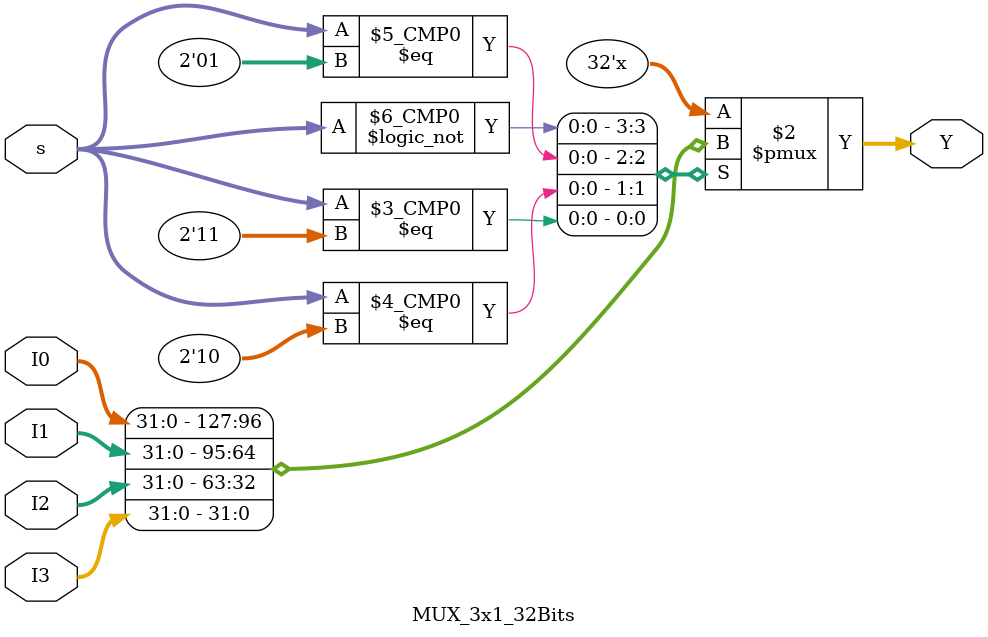
<source format=sv>
module MUX_3x1_32Bits
(
	input [1:0]s,
	input [31:0] I0, I1, I2, I3,
	output [31:0] Y
);

    always @(*) begin
        case (s)
            2'b00: Y = I0;  
            2'b01: Y = I1;   
				2'b10: Y = I2;
				2'b11: Y = I3;
            default: Y = 32'b0; // Default (invalid case)
        endcase
    end	
	 
endmodule 
</source>
